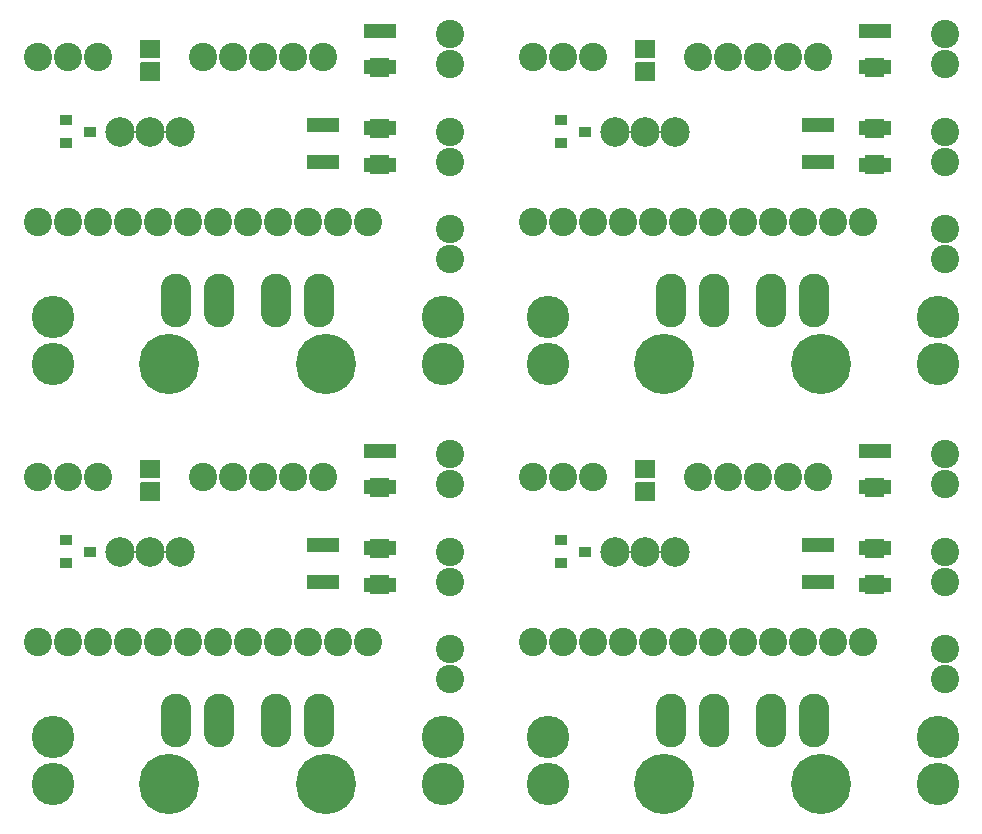
<source format=gbr>
%FSLAX34Y34*%
%MOMM*%
%LNSOLDERMASK_TOP*%
G71*
G01*
%ADD10C, 2.40*%
%ADD11R, 2.70X1.20*%
%ADD12C, 5.10*%
%ADD13R, 1.80X1.50*%
%ADD14C, 3.60*%
%ADD15C, 2.60*%
%ADD16C, 2.50*%
%ADD17C, 2.40*%
%ADD18R, 1.10X0.90*%
%LPD*%
X279400Y927100D02*
G54D10*
D03*
X254000Y927100D02*
G54D10*
D03*
X228600Y927100D02*
G54D10*
D03*
X203200Y927100D02*
G54D10*
D03*
X177800Y927100D02*
G54D10*
D03*
X387350Y946150D02*
G54D10*
D03*
X387350Y920750D02*
G54D10*
D03*
X327620Y835620D02*
G54D11*
D03*
X327620Y866180D02*
G54D11*
D03*
X149225Y666750D02*
G54D12*
D03*
X282575Y666750D02*
G54D12*
D03*
X133350Y914400D02*
G54D13*
D03*
X133350Y933400D02*
G54D13*
D03*
G36*
X319620Y843620D02*
X335620Y843620D01*
X335620Y827620D01*
X319620Y827620D01*
X319620Y843620D01*
G37*
X381000Y706438D02*
G54D14*
D03*
X381000Y666750D02*
G54D14*
D03*
X50800Y666750D02*
G54D14*
D03*
X50800Y706438D02*
G54D14*
D03*
X155575Y730250D02*
G54D15*
D03*
X155575Y728662D02*
G54D15*
D03*
X155575Y727075D02*
G54D15*
D03*
X155575Y725488D02*
G54D15*
D03*
X155575Y723900D02*
G54D15*
D03*
X155575Y722312D02*
G54D15*
D03*
X155575Y720725D02*
G54D15*
D03*
X155575Y719138D02*
G54D15*
D03*
X155575Y717550D02*
G54D15*
D03*
X155575Y715962D02*
G54D15*
D03*
X155575Y714375D02*
G54D15*
D03*
X155575Y712788D02*
G54D15*
D03*
X155575Y711200D02*
G54D15*
D03*
X192088Y730250D02*
G54D15*
D03*
X192088Y728662D02*
G54D15*
D03*
X192088Y727075D02*
G54D15*
D03*
X192088Y725488D02*
G54D15*
D03*
X192088Y723900D02*
G54D15*
D03*
X192088Y722312D02*
G54D15*
D03*
X192088Y720725D02*
G54D15*
D03*
X192088Y719138D02*
G54D15*
D03*
X192088Y717550D02*
G54D15*
D03*
X192088Y715962D02*
G54D15*
D03*
X192088Y714375D02*
G54D15*
D03*
X192088Y712788D02*
G54D15*
D03*
X192088Y711200D02*
G54D15*
D03*
X239712Y730250D02*
G54D15*
D03*
X239712Y728662D02*
G54D15*
D03*
X239712Y727075D02*
G54D15*
D03*
X239712Y725488D02*
G54D15*
D03*
X239712Y723900D02*
G54D15*
D03*
X239712Y722312D02*
G54D15*
D03*
X239712Y720725D02*
G54D15*
D03*
X239712Y719138D02*
G54D15*
D03*
X239712Y717550D02*
G54D15*
D03*
X239712Y715962D02*
G54D15*
D03*
X239712Y714375D02*
G54D15*
D03*
X239712Y712788D02*
G54D15*
D03*
X239712Y711200D02*
G54D15*
D03*
X276225Y730250D02*
G54D15*
D03*
X276225Y728662D02*
G54D15*
D03*
X276225Y727075D02*
G54D15*
D03*
X276225Y725488D02*
G54D15*
D03*
X276225Y723900D02*
G54D15*
D03*
X276225Y722312D02*
G54D15*
D03*
X276225Y720725D02*
G54D15*
D03*
X276225Y719138D02*
G54D15*
D03*
X276225Y717550D02*
G54D15*
D03*
X276225Y715962D02*
G54D15*
D03*
X276225Y714375D02*
G54D15*
D03*
X276225Y712788D02*
G54D15*
D03*
X276225Y711200D02*
G54D15*
D03*
X387350Y863600D02*
G54D10*
D03*
X387350Y838200D02*
G54D10*
D03*
X387350Y781050D02*
G54D10*
D03*
X387350Y755650D02*
G54D10*
D03*
X107950Y863600D02*
G54D16*
D03*
X133350Y863600D02*
G54D16*
D03*
X158750Y863600D02*
G54D16*
D03*
X38100Y787400D02*
G54D17*
D03*
X63500Y787400D02*
G54D17*
D03*
X88900Y787400D02*
G54D17*
D03*
X114300Y787400D02*
G54D17*
D03*
X139700Y787400D02*
G54D17*
D03*
X165100Y787400D02*
G54D17*
D03*
X190500Y787400D02*
G54D17*
D03*
X215900Y787400D02*
G54D17*
D03*
X241300Y787400D02*
G54D17*
D03*
X266700Y787400D02*
G54D17*
D03*
X292100Y787400D02*
G54D17*
D03*
X317500Y787400D02*
G54D17*
D03*
X327620Y918170D02*
G54D11*
D03*
X327620Y948730D02*
G54D11*
D03*
X82550Y863600D02*
G54D18*
D03*
X62309Y873125D02*
G54D18*
D03*
X62309Y854075D02*
G54D18*
D03*
X88900Y927100D02*
G54D10*
D03*
X63500Y927100D02*
G54D10*
D03*
X38100Y927100D02*
G54D10*
D03*
X279400Y838200D02*
G54D11*
D03*
X279400Y868759D02*
G54D11*
D03*
G36*
X319620Y874180D02*
X335620Y874180D01*
X335620Y858180D01*
X319620Y858180D01*
X319620Y874180D01*
G37*
G36*
X319620Y926170D02*
X335620Y926170D01*
X335620Y910170D01*
X319620Y910170D01*
X319620Y926170D01*
G37*
G36*
X125350Y922400D02*
X141350Y922400D01*
X141350Y906400D01*
X125350Y906400D01*
X125350Y922400D01*
G37*
X698500Y927100D02*
G54D10*
D03*
X673100Y927100D02*
G54D10*
D03*
X647700Y927100D02*
G54D10*
D03*
X622300Y927100D02*
G54D10*
D03*
X596900Y927100D02*
G54D10*
D03*
X806450Y946150D02*
G54D10*
D03*
X806450Y920750D02*
G54D10*
D03*
X746720Y835620D02*
G54D11*
D03*
X746720Y866180D02*
G54D11*
D03*
X568325Y666750D02*
G54D12*
D03*
X701675Y666750D02*
G54D12*
D03*
X552450Y914400D02*
G54D13*
D03*
X552450Y933400D02*
G54D13*
D03*
G36*
X738720Y843620D02*
X754720Y843620D01*
X754720Y827620D01*
X738720Y827620D01*
X738720Y843620D01*
G37*
X800100Y706438D02*
G54D14*
D03*
X800100Y666750D02*
G54D14*
D03*
X469900Y666750D02*
G54D14*
D03*
X469900Y706438D02*
G54D14*
D03*
X574675Y730250D02*
G54D15*
D03*
X574675Y728662D02*
G54D15*
D03*
X574675Y727075D02*
G54D15*
D03*
X574675Y725488D02*
G54D15*
D03*
X574675Y723900D02*
G54D15*
D03*
X574675Y722312D02*
G54D15*
D03*
X574675Y720725D02*
G54D15*
D03*
X574675Y719138D02*
G54D15*
D03*
X574675Y717550D02*
G54D15*
D03*
X574675Y715962D02*
G54D15*
D03*
X574675Y714375D02*
G54D15*
D03*
X574675Y712788D02*
G54D15*
D03*
X574675Y711200D02*
G54D15*
D03*
X611188Y730250D02*
G54D15*
D03*
X611188Y728662D02*
G54D15*
D03*
X611188Y727075D02*
G54D15*
D03*
X611188Y725488D02*
G54D15*
D03*
X611188Y723900D02*
G54D15*
D03*
X611188Y722312D02*
G54D15*
D03*
X611188Y720725D02*
G54D15*
D03*
X611188Y719138D02*
G54D15*
D03*
X611188Y717550D02*
G54D15*
D03*
X611188Y715962D02*
G54D15*
D03*
X611188Y714375D02*
G54D15*
D03*
X611188Y712788D02*
G54D15*
D03*
X611188Y711200D02*
G54D15*
D03*
X658812Y730250D02*
G54D15*
D03*
X658812Y728662D02*
G54D15*
D03*
X658812Y727075D02*
G54D15*
D03*
X658812Y725488D02*
G54D15*
D03*
X658812Y723900D02*
G54D15*
D03*
X658812Y722312D02*
G54D15*
D03*
X658812Y720725D02*
G54D15*
D03*
X658812Y719138D02*
G54D15*
D03*
X658812Y717550D02*
G54D15*
D03*
X658812Y715962D02*
G54D15*
D03*
X658812Y714375D02*
G54D15*
D03*
X658812Y712788D02*
G54D15*
D03*
X658812Y711200D02*
G54D15*
D03*
X695325Y730250D02*
G54D15*
D03*
X695325Y728662D02*
G54D15*
D03*
X695325Y727075D02*
G54D15*
D03*
X695325Y725488D02*
G54D15*
D03*
X695325Y723900D02*
G54D15*
D03*
X695325Y722312D02*
G54D15*
D03*
X695325Y720725D02*
G54D15*
D03*
X695325Y719138D02*
G54D15*
D03*
X695325Y717550D02*
G54D15*
D03*
X695325Y715962D02*
G54D15*
D03*
X695325Y714375D02*
G54D15*
D03*
X695325Y712788D02*
G54D15*
D03*
X695325Y711200D02*
G54D15*
D03*
X806450Y863600D02*
G54D10*
D03*
X806450Y838200D02*
G54D10*
D03*
X806450Y781050D02*
G54D10*
D03*
X806450Y755650D02*
G54D10*
D03*
X527050Y863600D02*
G54D16*
D03*
X552450Y863600D02*
G54D16*
D03*
X577850Y863600D02*
G54D16*
D03*
X457200Y787400D02*
G54D17*
D03*
X482600Y787400D02*
G54D17*
D03*
X508000Y787400D02*
G54D17*
D03*
X533400Y787400D02*
G54D17*
D03*
X558800Y787400D02*
G54D17*
D03*
X584200Y787400D02*
G54D17*
D03*
X609600Y787400D02*
G54D17*
D03*
X635000Y787400D02*
G54D17*
D03*
X660400Y787400D02*
G54D17*
D03*
X685800Y787400D02*
G54D17*
D03*
X711200Y787400D02*
G54D17*
D03*
X736600Y787400D02*
G54D17*
D03*
X746720Y918170D02*
G54D11*
D03*
X746720Y948730D02*
G54D11*
D03*
X501650Y863600D02*
G54D18*
D03*
X481409Y873125D02*
G54D18*
D03*
X481409Y854075D02*
G54D18*
D03*
X508000Y927100D02*
G54D10*
D03*
X482600Y927100D02*
G54D10*
D03*
X457200Y927100D02*
G54D10*
D03*
X698500Y838200D02*
G54D11*
D03*
X698500Y868759D02*
G54D11*
D03*
G36*
X738720Y874180D02*
X754720Y874180D01*
X754720Y858180D01*
X738720Y858180D01*
X738720Y874180D01*
G37*
G36*
X738720Y926170D02*
X754720Y926170D01*
X754720Y910170D01*
X738720Y910170D01*
X738720Y926170D01*
G37*
G36*
X544450Y922400D02*
X560450Y922400D01*
X560450Y906400D01*
X544450Y906400D01*
X544450Y922400D01*
G37*
X279400Y571500D02*
G54D10*
D03*
X254000Y571500D02*
G54D10*
D03*
X228600Y571500D02*
G54D10*
D03*
X203200Y571500D02*
G54D10*
D03*
X177800Y571500D02*
G54D10*
D03*
X387350Y590550D02*
G54D10*
D03*
X387350Y565150D02*
G54D10*
D03*
X327620Y480020D02*
G54D11*
D03*
X327620Y510580D02*
G54D11*
D03*
X149225Y311150D02*
G54D12*
D03*
X282575Y311150D02*
G54D12*
D03*
X133350Y558800D02*
G54D13*
D03*
X133350Y577800D02*
G54D13*
D03*
G36*
X319620Y488020D02*
X335620Y488020D01*
X335620Y472020D01*
X319620Y472020D01*
X319620Y488020D01*
G37*
X381000Y350838D02*
G54D14*
D03*
X381000Y311150D02*
G54D14*
D03*
X50800Y311150D02*
G54D14*
D03*
X50800Y350838D02*
G54D14*
D03*
X155575Y374650D02*
G54D15*
D03*
X155575Y373062D02*
G54D15*
D03*
X155575Y371475D02*
G54D15*
D03*
X155575Y369888D02*
G54D15*
D03*
X155575Y368300D02*
G54D15*
D03*
X155575Y366712D02*
G54D15*
D03*
X155575Y365125D02*
G54D15*
D03*
X155575Y363538D02*
G54D15*
D03*
X155575Y361950D02*
G54D15*
D03*
X155575Y360362D02*
G54D15*
D03*
X155575Y358775D02*
G54D15*
D03*
X155575Y357188D02*
G54D15*
D03*
X155575Y355600D02*
G54D15*
D03*
X192088Y374650D02*
G54D15*
D03*
X192088Y373062D02*
G54D15*
D03*
X192088Y371475D02*
G54D15*
D03*
X192088Y369888D02*
G54D15*
D03*
X192088Y368300D02*
G54D15*
D03*
X192088Y366712D02*
G54D15*
D03*
X192088Y365125D02*
G54D15*
D03*
X192088Y363538D02*
G54D15*
D03*
X192088Y361950D02*
G54D15*
D03*
X192088Y360362D02*
G54D15*
D03*
X192088Y358775D02*
G54D15*
D03*
X192088Y357188D02*
G54D15*
D03*
X192088Y355600D02*
G54D15*
D03*
X239712Y374650D02*
G54D15*
D03*
X239712Y373062D02*
G54D15*
D03*
X239712Y371475D02*
G54D15*
D03*
X239712Y369888D02*
G54D15*
D03*
X239712Y368300D02*
G54D15*
D03*
X239712Y366712D02*
G54D15*
D03*
X239712Y365125D02*
G54D15*
D03*
X239712Y363538D02*
G54D15*
D03*
X239712Y361950D02*
G54D15*
D03*
X239712Y360362D02*
G54D15*
D03*
X239712Y358775D02*
G54D15*
D03*
X239712Y357188D02*
G54D15*
D03*
X239712Y355600D02*
G54D15*
D03*
X276225Y374650D02*
G54D15*
D03*
X276225Y373062D02*
G54D15*
D03*
X276225Y371475D02*
G54D15*
D03*
X276225Y369888D02*
G54D15*
D03*
X276225Y368300D02*
G54D15*
D03*
X276225Y366712D02*
G54D15*
D03*
X276225Y365125D02*
G54D15*
D03*
X276225Y363538D02*
G54D15*
D03*
X276225Y361950D02*
G54D15*
D03*
X276225Y360362D02*
G54D15*
D03*
X276225Y358775D02*
G54D15*
D03*
X276225Y357188D02*
G54D15*
D03*
X276225Y355600D02*
G54D15*
D03*
X387350Y508000D02*
G54D10*
D03*
X387350Y482600D02*
G54D10*
D03*
X387350Y425450D02*
G54D10*
D03*
X387350Y400050D02*
G54D10*
D03*
X107950Y508000D02*
G54D16*
D03*
X133350Y508000D02*
G54D16*
D03*
X158750Y508000D02*
G54D16*
D03*
X38100Y431800D02*
G54D17*
D03*
X63500Y431800D02*
G54D17*
D03*
X88900Y431800D02*
G54D17*
D03*
X114300Y431800D02*
G54D17*
D03*
X139700Y431800D02*
G54D17*
D03*
X165100Y431800D02*
G54D17*
D03*
X190500Y431800D02*
G54D17*
D03*
X215900Y431800D02*
G54D17*
D03*
X241300Y431800D02*
G54D17*
D03*
X266700Y431800D02*
G54D17*
D03*
X292100Y431800D02*
G54D17*
D03*
X317500Y431800D02*
G54D17*
D03*
X327620Y562570D02*
G54D11*
D03*
X327620Y593130D02*
G54D11*
D03*
X82550Y508000D02*
G54D18*
D03*
X62309Y517525D02*
G54D18*
D03*
X62309Y498475D02*
G54D18*
D03*
X88900Y571500D02*
G54D10*
D03*
X63500Y571500D02*
G54D10*
D03*
X38100Y571500D02*
G54D10*
D03*
X279400Y482600D02*
G54D11*
D03*
X279400Y513159D02*
G54D11*
D03*
G36*
X319620Y518580D02*
X335620Y518580D01*
X335620Y502580D01*
X319620Y502580D01*
X319620Y518580D01*
G37*
G36*
X319620Y570570D02*
X335620Y570570D01*
X335620Y554570D01*
X319620Y554570D01*
X319620Y570570D01*
G37*
G36*
X125350Y566800D02*
X141350Y566800D01*
X141350Y550800D01*
X125350Y550800D01*
X125350Y566800D01*
G37*
X698500Y571500D02*
G54D10*
D03*
X673100Y571500D02*
G54D10*
D03*
X647700Y571500D02*
G54D10*
D03*
X622300Y571500D02*
G54D10*
D03*
X596900Y571500D02*
G54D10*
D03*
X806450Y590550D02*
G54D10*
D03*
X806450Y565150D02*
G54D10*
D03*
X746720Y480020D02*
G54D11*
D03*
X746720Y510580D02*
G54D11*
D03*
X568325Y311150D02*
G54D12*
D03*
X701675Y311150D02*
G54D12*
D03*
X552450Y558800D02*
G54D13*
D03*
X552450Y577800D02*
G54D13*
D03*
G36*
X738720Y488020D02*
X754720Y488020D01*
X754720Y472020D01*
X738720Y472020D01*
X738720Y488020D01*
G37*
X800100Y350838D02*
G54D14*
D03*
X800100Y311150D02*
G54D14*
D03*
X469900Y311150D02*
G54D14*
D03*
X469900Y350838D02*
G54D14*
D03*
X574675Y374650D02*
G54D15*
D03*
X574675Y373062D02*
G54D15*
D03*
X574675Y371475D02*
G54D15*
D03*
X574675Y369888D02*
G54D15*
D03*
X574675Y368300D02*
G54D15*
D03*
X574675Y366712D02*
G54D15*
D03*
X574675Y365125D02*
G54D15*
D03*
X574675Y363538D02*
G54D15*
D03*
X574675Y361950D02*
G54D15*
D03*
X574675Y360362D02*
G54D15*
D03*
X574675Y358775D02*
G54D15*
D03*
X574675Y357188D02*
G54D15*
D03*
X574675Y355600D02*
G54D15*
D03*
X611188Y374650D02*
G54D15*
D03*
X611188Y373062D02*
G54D15*
D03*
X611188Y371475D02*
G54D15*
D03*
X611188Y369888D02*
G54D15*
D03*
X611188Y368300D02*
G54D15*
D03*
X611188Y366712D02*
G54D15*
D03*
X611188Y365125D02*
G54D15*
D03*
X611188Y363538D02*
G54D15*
D03*
X611188Y361950D02*
G54D15*
D03*
X611188Y360362D02*
G54D15*
D03*
X611188Y358775D02*
G54D15*
D03*
X611188Y357188D02*
G54D15*
D03*
X611188Y355600D02*
G54D15*
D03*
X658812Y374650D02*
G54D15*
D03*
X658812Y373062D02*
G54D15*
D03*
X658812Y371475D02*
G54D15*
D03*
X658812Y369888D02*
G54D15*
D03*
X658812Y368300D02*
G54D15*
D03*
X658812Y366712D02*
G54D15*
D03*
X658812Y365125D02*
G54D15*
D03*
X658812Y363538D02*
G54D15*
D03*
X658812Y361950D02*
G54D15*
D03*
X658812Y360362D02*
G54D15*
D03*
X658812Y358775D02*
G54D15*
D03*
X658812Y357188D02*
G54D15*
D03*
X658812Y355600D02*
G54D15*
D03*
X695325Y374650D02*
G54D15*
D03*
X695325Y373062D02*
G54D15*
D03*
X695325Y371475D02*
G54D15*
D03*
X695325Y369888D02*
G54D15*
D03*
X695325Y368300D02*
G54D15*
D03*
X695325Y366712D02*
G54D15*
D03*
X695325Y365125D02*
G54D15*
D03*
X695325Y363538D02*
G54D15*
D03*
X695325Y361950D02*
G54D15*
D03*
X695325Y360362D02*
G54D15*
D03*
X695325Y358775D02*
G54D15*
D03*
X695325Y357188D02*
G54D15*
D03*
X695325Y355600D02*
G54D15*
D03*
X806450Y508000D02*
G54D10*
D03*
X806450Y482600D02*
G54D10*
D03*
X806450Y425450D02*
G54D10*
D03*
X806450Y400050D02*
G54D10*
D03*
X527050Y508000D02*
G54D16*
D03*
X552450Y508000D02*
G54D16*
D03*
X577850Y508000D02*
G54D16*
D03*
X457200Y431800D02*
G54D17*
D03*
X482600Y431800D02*
G54D17*
D03*
X508000Y431800D02*
G54D17*
D03*
X533400Y431800D02*
G54D17*
D03*
X558800Y431800D02*
G54D17*
D03*
X584200Y431800D02*
G54D17*
D03*
X609600Y431800D02*
G54D17*
D03*
X635000Y431800D02*
G54D17*
D03*
X660400Y431800D02*
G54D17*
D03*
X685800Y431800D02*
G54D17*
D03*
X711200Y431800D02*
G54D17*
D03*
X736600Y431800D02*
G54D17*
D03*
X746720Y562570D02*
G54D11*
D03*
X746720Y593130D02*
G54D11*
D03*
X501650Y508000D02*
G54D18*
D03*
X481409Y517525D02*
G54D18*
D03*
X481409Y498475D02*
G54D18*
D03*
X508000Y571500D02*
G54D10*
D03*
X482600Y571500D02*
G54D10*
D03*
X457200Y571500D02*
G54D10*
D03*
X698500Y482600D02*
G54D11*
D03*
X698500Y513159D02*
G54D11*
D03*
G36*
X738720Y518580D02*
X754720Y518580D01*
X754720Y502580D01*
X738720Y502580D01*
X738720Y518580D01*
G37*
G36*
X738720Y570570D02*
X754720Y570570D01*
X754720Y554570D01*
X738720Y554570D01*
X738720Y570570D01*
G37*
G36*
X544450Y566800D02*
X560450Y566800D01*
X560450Y550800D01*
X544450Y550800D01*
X544450Y566800D01*
G37*
M02*

</source>
